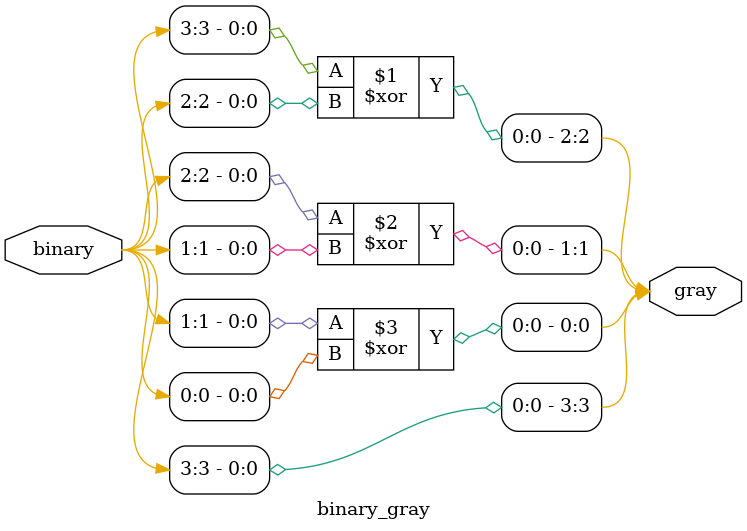
<source format=v>
module binary_gray(binary,gray);
    localparam  width= 4;

    input     wire[width-1:0] binary;
    output    wire[width-1:0] gray;

  assign gray[width-1] = binary[width-1];

  genvar  i;

  for (i=width-2; i>=0; i=i-1)
    assign gray[i] = binary[i+1] ^ binary[i];

endmodule
</source>
